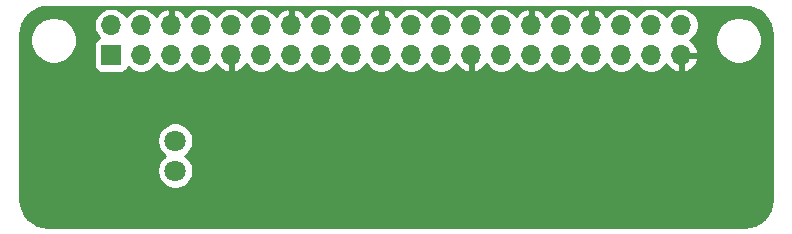
<source format=gbl>
G04 #@! TF.GenerationSoftware,KiCad,Pcbnew,(5.1.5)-3*
G04 #@! TF.CreationDate,2020-10-26T09:13:26-05:00*
G04 #@! TF.ProjectId,ravencanboard,72617665-6e63-4616-9e62-6f6172642e6b,rev?*
G04 #@! TF.SameCoordinates,Original*
G04 #@! TF.FileFunction,Copper,L2,Bot*
G04 #@! TF.FilePolarity,Positive*
%FSLAX46Y46*%
G04 Gerber Fmt 4.6, Leading zero omitted, Abs format (unit mm)*
G04 Created by KiCad (PCBNEW (5.1.5)-3) date 2020-10-26 09:13:26*
%MOMM*%
%LPD*%
G04 APERTURE LIST*
%ADD10C,1.800000*%
%ADD11R,1.700000X1.700000*%
%ADD12O,1.700000X1.700000*%
%ADD13C,0.200000*%
%ADD14C,0.254000*%
G04 APERTURE END LIST*
D10*
X213788000Y-106007200D03*
X213788000Y-108547200D03*
D11*
X208370000Y-98770000D03*
D12*
X208370000Y-96230000D03*
X210910000Y-98770000D03*
X210910000Y-96230000D03*
X213450000Y-98770000D03*
X213450000Y-96230000D03*
X215990000Y-98770000D03*
X215990000Y-96230000D03*
X218530000Y-98770000D03*
X218530000Y-96230000D03*
X221070000Y-98770000D03*
X221070000Y-96230000D03*
X223610000Y-98770000D03*
X223610000Y-96230000D03*
X226150000Y-98770000D03*
X226150000Y-96230000D03*
X228690000Y-98770000D03*
X228690000Y-96230000D03*
X231230000Y-98770000D03*
X231230000Y-96230000D03*
X233770000Y-98770000D03*
X233770000Y-96230000D03*
X236310000Y-98770000D03*
X236310000Y-96230000D03*
X238850000Y-98770000D03*
X238850000Y-96230000D03*
X241390000Y-98770000D03*
X241390000Y-96230000D03*
X243930000Y-98770000D03*
X243930000Y-96230000D03*
X246470000Y-98770000D03*
X246470000Y-96230000D03*
X249010000Y-98770000D03*
X249010000Y-96230000D03*
X251550000Y-98770000D03*
X251550000Y-96230000D03*
X254090000Y-98770000D03*
X254090000Y-96230000D03*
X256630000Y-98770000D03*
X256630000Y-96230000D03*
D13*
X233770000Y-98958000D02*
X233770000Y-98770000D01*
X236255400Y-98770000D02*
X236310000Y-98770000D01*
D14*
G36*
X262449016Y-94732312D02*
G01*
X262880930Y-94862714D01*
X263279285Y-95074524D01*
X263628914Y-95359675D01*
X263916497Y-95707303D01*
X264131086Y-96104177D01*
X264264498Y-96535161D01*
X264315001Y-97015663D01*
X264315000Y-110966495D01*
X264267688Y-111449016D01*
X264137287Y-111880927D01*
X263925480Y-112279280D01*
X263640325Y-112628914D01*
X263292697Y-112916497D01*
X262895825Y-113131085D01*
X262464834Y-113264500D01*
X261984346Y-113315000D01*
X203033504Y-113315000D01*
X202550984Y-113267688D01*
X202119073Y-113137287D01*
X201720720Y-112925480D01*
X201371086Y-112640325D01*
X201083503Y-112292697D01*
X200868915Y-111895825D01*
X200735500Y-111464834D01*
X200685000Y-110984346D01*
X200685000Y-105856016D01*
X212253000Y-105856016D01*
X212253000Y-106158384D01*
X212311989Y-106454943D01*
X212427701Y-106734295D01*
X212595688Y-106985705D01*
X212809495Y-107199512D01*
X212925763Y-107277200D01*
X212809495Y-107354888D01*
X212595688Y-107568695D01*
X212427701Y-107820105D01*
X212311989Y-108099457D01*
X212253000Y-108396016D01*
X212253000Y-108698384D01*
X212311989Y-108994943D01*
X212427701Y-109274295D01*
X212595688Y-109525705D01*
X212809495Y-109739512D01*
X213060905Y-109907499D01*
X213340257Y-110023211D01*
X213636816Y-110082200D01*
X213939184Y-110082200D01*
X214235743Y-110023211D01*
X214515095Y-109907499D01*
X214766505Y-109739512D01*
X214980312Y-109525705D01*
X215148299Y-109274295D01*
X215264011Y-108994943D01*
X215323000Y-108698384D01*
X215323000Y-108396016D01*
X215264011Y-108099457D01*
X215148299Y-107820105D01*
X214980312Y-107568695D01*
X214766505Y-107354888D01*
X214650237Y-107277200D01*
X214766505Y-107199512D01*
X214980312Y-106985705D01*
X215148299Y-106734295D01*
X215264011Y-106454943D01*
X215323000Y-106158384D01*
X215323000Y-105856016D01*
X215264011Y-105559457D01*
X215148299Y-105280105D01*
X214980312Y-105028695D01*
X214766505Y-104814888D01*
X214515095Y-104646901D01*
X214235743Y-104531189D01*
X213939184Y-104472200D01*
X213636816Y-104472200D01*
X213340257Y-104531189D01*
X213060905Y-104646901D01*
X212809495Y-104814888D01*
X212595688Y-105028695D01*
X212427701Y-105280105D01*
X212311989Y-105559457D01*
X212253000Y-105856016D01*
X200685000Y-105856016D01*
X200685000Y-97304495D01*
X201515000Y-97304495D01*
X201515000Y-97695505D01*
X201591282Y-98079003D01*
X201740915Y-98440250D01*
X201958149Y-98765364D01*
X202234636Y-99041851D01*
X202559750Y-99259085D01*
X202920997Y-99408718D01*
X203304495Y-99485000D01*
X203695505Y-99485000D01*
X204079003Y-99408718D01*
X204440250Y-99259085D01*
X204765364Y-99041851D01*
X205041851Y-98765364D01*
X205259085Y-98440250D01*
X205408718Y-98079003D01*
X205440345Y-97920000D01*
X206881928Y-97920000D01*
X206881928Y-99620000D01*
X206894188Y-99744482D01*
X206930498Y-99864180D01*
X206989463Y-99974494D01*
X207068815Y-100071185D01*
X207165506Y-100150537D01*
X207275820Y-100209502D01*
X207395518Y-100245812D01*
X207520000Y-100258072D01*
X209220000Y-100258072D01*
X209344482Y-100245812D01*
X209464180Y-100209502D01*
X209574494Y-100150537D01*
X209671185Y-100071185D01*
X209750537Y-99974494D01*
X209809502Y-99864180D01*
X209831513Y-99791620D01*
X209963368Y-99923475D01*
X210206589Y-100085990D01*
X210476842Y-100197932D01*
X210763740Y-100255000D01*
X211056260Y-100255000D01*
X211343158Y-100197932D01*
X211613411Y-100085990D01*
X211856632Y-99923475D01*
X212063475Y-99716632D01*
X212180000Y-99542240D01*
X212296525Y-99716632D01*
X212503368Y-99923475D01*
X212746589Y-100085990D01*
X213016842Y-100197932D01*
X213303740Y-100255000D01*
X213596260Y-100255000D01*
X213883158Y-100197932D01*
X214153411Y-100085990D01*
X214396632Y-99923475D01*
X214603475Y-99716632D01*
X214720000Y-99542240D01*
X214836525Y-99716632D01*
X215043368Y-99923475D01*
X215286589Y-100085990D01*
X215556842Y-100197932D01*
X215843740Y-100255000D01*
X216136260Y-100255000D01*
X216423158Y-100197932D01*
X216693411Y-100085990D01*
X216936632Y-99923475D01*
X217143475Y-99716632D01*
X217265195Y-99534466D01*
X217334822Y-99651355D01*
X217529731Y-99867588D01*
X217763080Y-100041641D01*
X218025901Y-100166825D01*
X218173110Y-100211476D01*
X218403000Y-100090155D01*
X218403000Y-98897000D01*
X218383000Y-98897000D01*
X218383000Y-98643000D01*
X218403000Y-98643000D01*
X218403000Y-98623000D01*
X218657000Y-98623000D01*
X218657000Y-98643000D01*
X218677000Y-98643000D01*
X218677000Y-98897000D01*
X218657000Y-98897000D01*
X218657000Y-100090155D01*
X218886890Y-100211476D01*
X219034099Y-100166825D01*
X219296920Y-100041641D01*
X219530269Y-99867588D01*
X219725178Y-99651355D01*
X219794805Y-99534466D01*
X219916525Y-99716632D01*
X220123368Y-99923475D01*
X220366589Y-100085990D01*
X220636842Y-100197932D01*
X220923740Y-100255000D01*
X221216260Y-100255000D01*
X221503158Y-100197932D01*
X221773411Y-100085990D01*
X222016632Y-99923475D01*
X222223475Y-99716632D01*
X222340000Y-99542240D01*
X222456525Y-99716632D01*
X222663368Y-99923475D01*
X222906589Y-100085990D01*
X223176842Y-100197932D01*
X223463740Y-100255000D01*
X223756260Y-100255000D01*
X224043158Y-100197932D01*
X224313411Y-100085990D01*
X224556632Y-99923475D01*
X224763475Y-99716632D01*
X224880000Y-99542240D01*
X224996525Y-99716632D01*
X225203368Y-99923475D01*
X225446589Y-100085990D01*
X225716842Y-100197932D01*
X226003740Y-100255000D01*
X226296260Y-100255000D01*
X226583158Y-100197932D01*
X226853411Y-100085990D01*
X227096632Y-99923475D01*
X227303475Y-99716632D01*
X227420000Y-99542240D01*
X227536525Y-99716632D01*
X227743368Y-99923475D01*
X227986589Y-100085990D01*
X228256842Y-100197932D01*
X228543740Y-100255000D01*
X228836260Y-100255000D01*
X229123158Y-100197932D01*
X229393411Y-100085990D01*
X229636632Y-99923475D01*
X229843475Y-99716632D01*
X229960000Y-99542240D01*
X230076525Y-99716632D01*
X230283368Y-99923475D01*
X230526589Y-100085990D01*
X230796842Y-100197932D01*
X231083740Y-100255000D01*
X231376260Y-100255000D01*
X231663158Y-100197932D01*
X231933411Y-100085990D01*
X232176632Y-99923475D01*
X232383475Y-99716632D01*
X232500000Y-99542240D01*
X232616525Y-99716632D01*
X232823368Y-99923475D01*
X233066589Y-100085990D01*
X233336842Y-100197932D01*
X233623740Y-100255000D01*
X233916260Y-100255000D01*
X234203158Y-100197932D01*
X234473411Y-100085990D01*
X234716632Y-99923475D01*
X234923475Y-99716632D01*
X235040000Y-99542240D01*
X235156525Y-99716632D01*
X235363368Y-99923475D01*
X235606589Y-100085990D01*
X235876842Y-100197932D01*
X236163740Y-100255000D01*
X236456260Y-100255000D01*
X236743158Y-100197932D01*
X237013411Y-100085990D01*
X237256632Y-99923475D01*
X237463475Y-99716632D01*
X237585195Y-99534466D01*
X237654822Y-99651355D01*
X237849731Y-99867588D01*
X238083080Y-100041641D01*
X238345901Y-100166825D01*
X238493110Y-100211476D01*
X238723000Y-100090155D01*
X238723000Y-98897000D01*
X238703000Y-98897000D01*
X238703000Y-98643000D01*
X238723000Y-98643000D01*
X238723000Y-98623000D01*
X238977000Y-98623000D01*
X238977000Y-98643000D01*
X238997000Y-98643000D01*
X238997000Y-98897000D01*
X238977000Y-98897000D01*
X238977000Y-100090155D01*
X239206890Y-100211476D01*
X239354099Y-100166825D01*
X239616920Y-100041641D01*
X239850269Y-99867588D01*
X240045178Y-99651355D01*
X240114805Y-99534466D01*
X240236525Y-99716632D01*
X240443368Y-99923475D01*
X240686589Y-100085990D01*
X240956842Y-100197932D01*
X241243740Y-100255000D01*
X241536260Y-100255000D01*
X241823158Y-100197932D01*
X242093411Y-100085990D01*
X242336632Y-99923475D01*
X242543475Y-99716632D01*
X242660000Y-99542240D01*
X242776525Y-99716632D01*
X242983368Y-99923475D01*
X243226589Y-100085990D01*
X243496842Y-100197932D01*
X243783740Y-100255000D01*
X244076260Y-100255000D01*
X244363158Y-100197932D01*
X244633411Y-100085990D01*
X244876632Y-99923475D01*
X245083475Y-99716632D01*
X245200000Y-99542240D01*
X245316525Y-99716632D01*
X245523368Y-99923475D01*
X245766589Y-100085990D01*
X246036842Y-100197932D01*
X246323740Y-100255000D01*
X246616260Y-100255000D01*
X246903158Y-100197932D01*
X247173411Y-100085990D01*
X247416632Y-99923475D01*
X247623475Y-99716632D01*
X247740000Y-99542240D01*
X247856525Y-99716632D01*
X248063368Y-99923475D01*
X248306589Y-100085990D01*
X248576842Y-100197932D01*
X248863740Y-100255000D01*
X249156260Y-100255000D01*
X249443158Y-100197932D01*
X249713411Y-100085990D01*
X249956632Y-99923475D01*
X250163475Y-99716632D01*
X250280000Y-99542240D01*
X250396525Y-99716632D01*
X250603368Y-99923475D01*
X250846589Y-100085990D01*
X251116842Y-100197932D01*
X251403740Y-100255000D01*
X251696260Y-100255000D01*
X251983158Y-100197932D01*
X252253411Y-100085990D01*
X252496632Y-99923475D01*
X252703475Y-99716632D01*
X252820000Y-99542240D01*
X252936525Y-99716632D01*
X253143368Y-99923475D01*
X253386589Y-100085990D01*
X253656842Y-100197932D01*
X253943740Y-100255000D01*
X254236260Y-100255000D01*
X254523158Y-100197932D01*
X254793411Y-100085990D01*
X255036632Y-99923475D01*
X255243475Y-99716632D01*
X255365195Y-99534466D01*
X255434822Y-99651355D01*
X255629731Y-99867588D01*
X255863080Y-100041641D01*
X256125901Y-100166825D01*
X256273110Y-100211476D01*
X256503000Y-100090155D01*
X256503000Y-98897000D01*
X256757000Y-98897000D01*
X256757000Y-100090155D01*
X256986890Y-100211476D01*
X257134099Y-100166825D01*
X257396920Y-100041641D01*
X257630269Y-99867588D01*
X257825178Y-99651355D01*
X257974157Y-99401252D01*
X258071481Y-99126891D01*
X257950814Y-98897000D01*
X256757000Y-98897000D01*
X256503000Y-98897000D01*
X256483000Y-98897000D01*
X256483000Y-98643000D01*
X256503000Y-98643000D01*
X256503000Y-98623000D01*
X256757000Y-98623000D01*
X256757000Y-98643000D01*
X257950814Y-98643000D01*
X258071481Y-98413109D01*
X257974157Y-98138748D01*
X257825178Y-97888645D01*
X257630269Y-97672412D01*
X257400594Y-97501100D01*
X257576632Y-97383475D01*
X257655612Y-97304495D01*
X259515000Y-97304495D01*
X259515000Y-97695505D01*
X259591282Y-98079003D01*
X259740915Y-98440250D01*
X259958149Y-98765364D01*
X260234636Y-99041851D01*
X260559750Y-99259085D01*
X260920997Y-99408718D01*
X261304495Y-99485000D01*
X261695505Y-99485000D01*
X262079003Y-99408718D01*
X262440250Y-99259085D01*
X262765364Y-99041851D01*
X263041851Y-98765364D01*
X263259085Y-98440250D01*
X263408718Y-98079003D01*
X263485000Y-97695505D01*
X263485000Y-97304495D01*
X263408718Y-96920997D01*
X263259085Y-96559750D01*
X263041851Y-96234636D01*
X262765364Y-95958149D01*
X262440250Y-95740915D01*
X262079003Y-95591282D01*
X261695505Y-95515000D01*
X261304495Y-95515000D01*
X260920997Y-95591282D01*
X260559750Y-95740915D01*
X260234636Y-95958149D01*
X259958149Y-96234636D01*
X259740915Y-96559750D01*
X259591282Y-96920997D01*
X259515000Y-97304495D01*
X257655612Y-97304495D01*
X257783475Y-97176632D01*
X257945990Y-96933411D01*
X258057932Y-96663158D01*
X258115000Y-96376260D01*
X258115000Y-96083740D01*
X258057932Y-95796842D01*
X257945990Y-95526589D01*
X257783475Y-95283368D01*
X257576632Y-95076525D01*
X257333411Y-94914010D01*
X257063158Y-94802068D01*
X256776260Y-94745000D01*
X256483740Y-94745000D01*
X256196842Y-94802068D01*
X255926589Y-94914010D01*
X255683368Y-95076525D01*
X255476525Y-95283368D01*
X255360000Y-95457760D01*
X255243475Y-95283368D01*
X255036632Y-95076525D01*
X254793411Y-94914010D01*
X254523158Y-94802068D01*
X254236260Y-94745000D01*
X253943740Y-94745000D01*
X253656842Y-94802068D01*
X253386589Y-94914010D01*
X253143368Y-95076525D01*
X252936525Y-95283368D01*
X252820000Y-95457760D01*
X252703475Y-95283368D01*
X252496632Y-95076525D01*
X252253411Y-94914010D01*
X251983158Y-94802068D01*
X251696260Y-94745000D01*
X251403740Y-94745000D01*
X251116842Y-94802068D01*
X250846589Y-94914010D01*
X250603368Y-95076525D01*
X250396525Y-95283368D01*
X250274805Y-95465534D01*
X250205178Y-95348645D01*
X250010269Y-95132412D01*
X249776920Y-94958359D01*
X249514099Y-94833175D01*
X249366890Y-94788524D01*
X249137000Y-94909845D01*
X249137000Y-96103000D01*
X249157000Y-96103000D01*
X249157000Y-96357000D01*
X249137000Y-96357000D01*
X249137000Y-96377000D01*
X248883000Y-96377000D01*
X248883000Y-96357000D01*
X248863000Y-96357000D01*
X248863000Y-96103000D01*
X248883000Y-96103000D01*
X248883000Y-94909845D01*
X248653110Y-94788524D01*
X248505901Y-94833175D01*
X248243080Y-94958359D01*
X248009731Y-95132412D01*
X247814822Y-95348645D01*
X247745195Y-95465534D01*
X247623475Y-95283368D01*
X247416632Y-95076525D01*
X247173411Y-94914010D01*
X246903158Y-94802068D01*
X246616260Y-94745000D01*
X246323740Y-94745000D01*
X246036842Y-94802068D01*
X245766589Y-94914010D01*
X245523368Y-95076525D01*
X245316525Y-95283368D01*
X245194805Y-95465534D01*
X245125178Y-95348645D01*
X244930269Y-95132412D01*
X244696920Y-94958359D01*
X244434099Y-94833175D01*
X244286890Y-94788524D01*
X244057000Y-94909845D01*
X244057000Y-96103000D01*
X244077000Y-96103000D01*
X244077000Y-96357000D01*
X244057000Y-96357000D01*
X244057000Y-96377000D01*
X243803000Y-96377000D01*
X243803000Y-96357000D01*
X243783000Y-96357000D01*
X243783000Y-96103000D01*
X243803000Y-96103000D01*
X243803000Y-94909845D01*
X243573110Y-94788524D01*
X243425901Y-94833175D01*
X243163080Y-94958359D01*
X242929731Y-95132412D01*
X242734822Y-95348645D01*
X242665195Y-95465534D01*
X242543475Y-95283368D01*
X242336632Y-95076525D01*
X242093411Y-94914010D01*
X241823158Y-94802068D01*
X241536260Y-94745000D01*
X241243740Y-94745000D01*
X240956842Y-94802068D01*
X240686589Y-94914010D01*
X240443368Y-95076525D01*
X240236525Y-95283368D01*
X240120000Y-95457760D01*
X240003475Y-95283368D01*
X239796632Y-95076525D01*
X239553411Y-94914010D01*
X239283158Y-94802068D01*
X238996260Y-94745000D01*
X238703740Y-94745000D01*
X238416842Y-94802068D01*
X238146589Y-94914010D01*
X237903368Y-95076525D01*
X237696525Y-95283368D01*
X237580000Y-95457760D01*
X237463475Y-95283368D01*
X237256632Y-95076525D01*
X237013411Y-94914010D01*
X236743158Y-94802068D01*
X236456260Y-94745000D01*
X236163740Y-94745000D01*
X235876842Y-94802068D01*
X235606589Y-94914010D01*
X235363368Y-95076525D01*
X235156525Y-95283368D01*
X235040000Y-95457760D01*
X234923475Y-95283368D01*
X234716632Y-95076525D01*
X234473411Y-94914010D01*
X234203158Y-94802068D01*
X233916260Y-94745000D01*
X233623740Y-94745000D01*
X233336842Y-94802068D01*
X233066589Y-94914010D01*
X232823368Y-95076525D01*
X232616525Y-95283368D01*
X232494805Y-95465534D01*
X232425178Y-95348645D01*
X232230269Y-95132412D01*
X231996920Y-94958359D01*
X231734099Y-94833175D01*
X231586890Y-94788524D01*
X231357000Y-94909845D01*
X231357000Y-96103000D01*
X231377000Y-96103000D01*
X231377000Y-96357000D01*
X231357000Y-96357000D01*
X231357000Y-96377000D01*
X231103000Y-96377000D01*
X231103000Y-96357000D01*
X231083000Y-96357000D01*
X231083000Y-96103000D01*
X231103000Y-96103000D01*
X231103000Y-94909845D01*
X230873110Y-94788524D01*
X230725901Y-94833175D01*
X230463080Y-94958359D01*
X230229731Y-95132412D01*
X230034822Y-95348645D01*
X229965195Y-95465534D01*
X229843475Y-95283368D01*
X229636632Y-95076525D01*
X229393411Y-94914010D01*
X229123158Y-94802068D01*
X228836260Y-94745000D01*
X228543740Y-94745000D01*
X228256842Y-94802068D01*
X227986589Y-94914010D01*
X227743368Y-95076525D01*
X227536525Y-95283368D01*
X227420000Y-95457760D01*
X227303475Y-95283368D01*
X227096632Y-95076525D01*
X226853411Y-94914010D01*
X226583158Y-94802068D01*
X226296260Y-94745000D01*
X226003740Y-94745000D01*
X225716842Y-94802068D01*
X225446589Y-94914010D01*
X225203368Y-95076525D01*
X224996525Y-95283368D01*
X224874805Y-95465534D01*
X224805178Y-95348645D01*
X224610269Y-95132412D01*
X224376920Y-94958359D01*
X224114099Y-94833175D01*
X223966890Y-94788524D01*
X223737000Y-94909845D01*
X223737000Y-96103000D01*
X223757000Y-96103000D01*
X223757000Y-96357000D01*
X223737000Y-96357000D01*
X223737000Y-96377000D01*
X223483000Y-96377000D01*
X223483000Y-96357000D01*
X223463000Y-96357000D01*
X223463000Y-96103000D01*
X223483000Y-96103000D01*
X223483000Y-94909845D01*
X223253110Y-94788524D01*
X223105901Y-94833175D01*
X222843080Y-94958359D01*
X222609731Y-95132412D01*
X222414822Y-95348645D01*
X222345195Y-95465534D01*
X222223475Y-95283368D01*
X222016632Y-95076525D01*
X221773411Y-94914010D01*
X221503158Y-94802068D01*
X221216260Y-94745000D01*
X220923740Y-94745000D01*
X220636842Y-94802068D01*
X220366589Y-94914010D01*
X220123368Y-95076525D01*
X219916525Y-95283368D01*
X219800000Y-95457760D01*
X219683475Y-95283368D01*
X219476632Y-95076525D01*
X219233411Y-94914010D01*
X218963158Y-94802068D01*
X218676260Y-94745000D01*
X218383740Y-94745000D01*
X218096842Y-94802068D01*
X217826589Y-94914010D01*
X217583368Y-95076525D01*
X217376525Y-95283368D01*
X217260000Y-95457760D01*
X217143475Y-95283368D01*
X216936632Y-95076525D01*
X216693411Y-94914010D01*
X216423158Y-94802068D01*
X216136260Y-94745000D01*
X215843740Y-94745000D01*
X215556842Y-94802068D01*
X215286589Y-94914010D01*
X215043368Y-95076525D01*
X214836525Y-95283368D01*
X214714805Y-95465534D01*
X214645178Y-95348645D01*
X214450269Y-95132412D01*
X214216920Y-94958359D01*
X213954099Y-94833175D01*
X213806890Y-94788524D01*
X213577000Y-94909845D01*
X213577000Y-96103000D01*
X213597000Y-96103000D01*
X213597000Y-96357000D01*
X213577000Y-96357000D01*
X213577000Y-96377000D01*
X213323000Y-96377000D01*
X213323000Y-96357000D01*
X213303000Y-96357000D01*
X213303000Y-96103000D01*
X213323000Y-96103000D01*
X213323000Y-94909845D01*
X213093110Y-94788524D01*
X212945901Y-94833175D01*
X212683080Y-94958359D01*
X212449731Y-95132412D01*
X212254822Y-95348645D01*
X212185195Y-95465534D01*
X212063475Y-95283368D01*
X211856632Y-95076525D01*
X211613411Y-94914010D01*
X211343158Y-94802068D01*
X211056260Y-94745000D01*
X210763740Y-94745000D01*
X210476842Y-94802068D01*
X210206589Y-94914010D01*
X209963368Y-95076525D01*
X209756525Y-95283368D01*
X209640000Y-95457760D01*
X209523475Y-95283368D01*
X209316632Y-95076525D01*
X209073411Y-94914010D01*
X208803158Y-94802068D01*
X208516260Y-94745000D01*
X208223740Y-94745000D01*
X207936842Y-94802068D01*
X207666589Y-94914010D01*
X207423368Y-95076525D01*
X207216525Y-95283368D01*
X207054010Y-95526589D01*
X206942068Y-95796842D01*
X206885000Y-96083740D01*
X206885000Y-96376260D01*
X206942068Y-96663158D01*
X207054010Y-96933411D01*
X207216525Y-97176632D01*
X207348380Y-97308487D01*
X207275820Y-97330498D01*
X207165506Y-97389463D01*
X207068815Y-97468815D01*
X206989463Y-97565506D01*
X206930498Y-97675820D01*
X206894188Y-97795518D01*
X206881928Y-97920000D01*
X205440345Y-97920000D01*
X205485000Y-97695505D01*
X205485000Y-97304495D01*
X205408718Y-96920997D01*
X205259085Y-96559750D01*
X205041851Y-96234636D01*
X204765364Y-95958149D01*
X204440250Y-95740915D01*
X204079003Y-95591282D01*
X203695505Y-95515000D01*
X203304495Y-95515000D01*
X202920997Y-95591282D01*
X202559750Y-95740915D01*
X202234636Y-95958149D01*
X201958149Y-96234636D01*
X201740915Y-96559750D01*
X201591282Y-96920997D01*
X201515000Y-97304495D01*
X200685000Y-97304495D01*
X200685000Y-97033505D01*
X200732312Y-96550984D01*
X200862714Y-96119070D01*
X201074524Y-95720715D01*
X201359675Y-95371086D01*
X201707303Y-95083503D01*
X202104177Y-94868914D01*
X202535161Y-94735502D01*
X203015654Y-94685000D01*
X261966495Y-94685000D01*
X262449016Y-94732312D01*
G37*
X262449016Y-94732312D02*
X262880930Y-94862714D01*
X263279285Y-95074524D01*
X263628914Y-95359675D01*
X263916497Y-95707303D01*
X264131086Y-96104177D01*
X264264498Y-96535161D01*
X264315001Y-97015663D01*
X264315000Y-110966495D01*
X264267688Y-111449016D01*
X264137287Y-111880927D01*
X263925480Y-112279280D01*
X263640325Y-112628914D01*
X263292697Y-112916497D01*
X262895825Y-113131085D01*
X262464834Y-113264500D01*
X261984346Y-113315000D01*
X203033504Y-113315000D01*
X202550984Y-113267688D01*
X202119073Y-113137287D01*
X201720720Y-112925480D01*
X201371086Y-112640325D01*
X201083503Y-112292697D01*
X200868915Y-111895825D01*
X200735500Y-111464834D01*
X200685000Y-110984346D01*
X200685000Y-105856016D01*
X212253000Y-105856016D01*
X212253000Y-106158384D01*
X212311989Y-106454943D01*
X212427701Y-106734295D01*
X212595688Y-106985705D01*
X212809495Y-107199512D01*
X212925763Y-107277200D01*
X212809495Y-107354888D01*
X212595688Y-107568695D01*
X212427701Y-107820105D01*
X212311989Y-108099457D01*
X212253000Y-108396016D01*
X212253000Y-108698384D01*
X212311989Y-108994943D01*
X212427701Y-109274295D01*
X212595688Y-109525705D01*
X212809495Y-109739512D01*
X213060905Y-109907499D01*
X213340257Y-110023211D01*
X213636816Y-110082200D01*
X213939184Y-110082200D01*
X214235743Y-110023211D01*
X214515095Y-109907499D01*
X214766505Y-109739512D01*
X214980312Y-109525705D01*
X215148299Y-109274295D01*
X215264011Y-108994943D01*
X215323000Y-108698384D01*
X215323000Y-108396016D01*
X215264011Y-108099457D01*
X215148299Y-107820105D01*
X214980312Y-107568695D01*
X214766505Y-107354888D01*
X214650237Y-107277200D01*
X214766505Y-107199512D01*
X214980312Y-106985705D01*
X215148299Y-106734295D01*
X215264011Y-106454943D01*
X215323000Y-106158384D01*
X215323000Y-105856016D01*
X215264011Y-105559457D01*
X215148299Y-105280105D01*
X214980312Y-105028695D01*
X214766505Y-104814888D01*
X214515095Y-104646901D01*
X214235743Y-104531189D01*
X213939184Y-104472200D01*
X213636816Y-104472200D01*
X213340257Y-104531189D01*
X213060905Y-104646901D01*
X212809495Y-104814888D01*
X212595688Y-105028695D01*
X212427701Y-105280105D01*
X212311989Y-105559457D01*
X212253000Y-105856016D01*
X200685000Y-105856016D01*
X200685000Y-97304495D01*
X201515000Y-97304495D01*
X201515000Y-97695505D01*
X201591282Y-98079003D01*
X201740915Y-98440250D01*
X201958149Y-98765364D01*
X202234636Y-99041851D01*
X202559750Y-99259085D01*
X202920997Y-99408718D01*
X203304495Y-99485000D01*
X203695505Y-99485000D01*
X204079003Y-99408718D01*
X204440250Y-99259085D01*
X204765364Y-99041851D01*
X205041851Y-98765364D01*
X205259085Y-98440250D01*
X205408718Y-98079003D01*
X205440345Y-97920000D01*
X206881928Y-97920000D01*
X206881928Y-99620000D01*
X206894188Y-99744482D01*
X206930498Y-99864180D01*
X206989463Y-99974494D01*
X207068815Y-100071185D01*
X207165506Y-100150537D01*
X207275820Y-100209502D01*
X207395518Y-100245812D01*
X207520000Y-100258072D01*
X209220000Y-100258072D01*
X209344482Y-100245812D01*
X209464180Y-100209502D01*
X209574494Y-100150537D01*
X209671185Y-100071185D01*
X209750537Y-99974494D01*
X209809502Y-99864180D01*
X209831513Y-99791620D01*
X209963368Y-99923475D01*
X210206589Y-100085990D01*
X210476842Y-100197932D01*
X210763740Y-100255000D01*
X211056260Y-100255000D01*
X211343158Y-100197932D01*
X211613411Y-100085990D01*
X211856632Y-99923475D01*
X212063475Y-99716632D01*
X212180000Y-99542240D01*
X212296525Y-99716632D01*
X212503368Y-99923475D01*
X212746589Y-100085990D01*
X213016842Y-100197932D01*
X213303740Y-100255000D01*
X213596260Y-100255000D01*
X213883158Y-100197932D01*
X214153411Y-100085990D01*
X214396632Y-99923475D01*
X214603475Y-99716632D01*
X214720000Y-99542240D01*
X214836525Y-99716632D01*
X215043368Y-99923475D01*
X215286589Y-100085990D01*
X215556842Y-100197932D01*
X215843740Y-100255000D01*
X216136260Y-100255000D01*
X216423158Y-100197932D01*
X216693411Y-100085990D01*
X216936632Y-99923475D01*
X217143475Y-99716632D01*
X217265195Y-99534466D01*
X217334822Y-99651355D01*
X217529731Y-99867588D01*
X217763080Y-100041641D01*
X218025901Y-100166825D01*
X218173110Y-100211476D01*
X218403000Y-100090155D01*
X218403000Y-98897000D01*
X218383000Y-98897000D01*
X218383000Y-98643000D01*
X218403000Y-98643000D01*
X218403000Y-98623000D01*
X218657000Y-98623000D01*
X218657000Y-98643000D01*
X218677000Y-98643000D01*
X218677000Y-98897000D01*
X218657000Y-98897000D01*
X218657000Y-100090155D01*
X218886890Y-100211476D01*
X219034099Y-100166825D01*
X219296920Y-100041641D01*
X219530269Y-99867588D01*
X219725178Y-99651355D01*
X219794805Y-99534466D01*
X219916525Y-99716632D01*
X220123368Y-99923475D01*
X220366589Y-100085990D01*
X220636842Y-100197932D01*
X220923740Y-100255000D01*
X221216260Y-100255000D01*
X221503158Y-100197932D01*
X221773411Y-100085990D01*
X222016632Y-99923475D01*
X222223475Y-99716632D01*
X222340000Y-99542240D01*
X222456525Y-99716632D01*
X222663368Y-99923475D01*
X222906589Y-100085990D01*
X223176842Y-100197932D01*
X223463740Y-100255000D01*
X223756260Y-100255000D01*
X224043158Y-100197932D01*
X224313411Y-100085990D01*
X224556632Y-99923475D01*
X224763475Y-99716632D01*
X224880000Y-99542240D01*
X224996525Y-99716632D01*
X225203368Y-99923475D01*
X225446589Y-100085990D01*
X225716842Y-100197932D01*
X226003740Y-100255000D01*
X226296260Y-100255000D01*
X226583158Y-100197932D01*
X226853411Y-100085990D01*
X227096632Y-99923475D01*
X227303475Y-99716632D01*
X227420000Y-99542240D01*
X227536525Y-99716632D01*
X227743368Y-99923475D01*
X227986589Y-100085990D01*
X228256842Y-100197932D01*
X228543740Y-100255000D01*
X228836260Y-100255000D01*
X229123158Y-100197932D01*
X229393411Y-100085990D01*
X229636632Y-99923475D01*
X229843475Y-99716632D01*
X229960000Y-99542240D01*
X230076525Y-99716632D01*
X230283368Y-99923475D01*
X230526589Y-100085990D01*
X230796842Y-100197932D01*
X231083740Y-100255000D01*
X231376260Y-100255000D01*
X231663158Y-100197932D01*
X231933411Y-100085990D01*
X232176632Y-99923475D01*
X232383475Y-99716632D01*
X232500000Y-99542240D01*
X232616525Y-99716632D01*
X232823368Y-99923475D01*
X233066589Y-100085990D01*
X233336842Y-100197932D01*
X233623740Y-100255000D01*
X233916260Y-100255000D01*
X234203158Y-100197932D01*
X234473411Y-100085990D01*
X234716632Y-99923475D01*
X234923475Y-99716632D01*
X235040000Y-99542240D01*
X235156525Y-99716632D01*
X235363368Y-99923475D01*
X235606589Y-100085990D01*
X235876842Y-100197932D01*
X236163740Y-100255000D01*
X236456260Y-100255000D01*
X236743158Y-100197932D01*
X237013411Y-100085990D01*
X237256632Y-99923475D01*
X237463475Y-99716632D01*
X237585195Y-99534466D01*
X237654822Y-99651355D01*
X237849731Y-99867588D01*
X238083080Y-100041641D01*
X238345901Y-100166825D01*
X238493110Y-100211476D01*
X238723000Y-100090155D01*
X238723000Y-98897000D01*
X238703000Y-98897000D01*
X238703000Y-98643000D01*
X238723000Y-98643000D01*
X238723000Y-98623000D01*
X238977000Y-98623000D01*
X238977000Y-98643000D01*
X238997000Y-98643000D01*
X238997000Y-98897000D01*
X238977000Y-98897000D01*
X238977000Y-100090155D01*
X239206890Y-100211476D01*
X239354099Y-100166825D01*
X239616920Y-100041641D01*
X239850269Y-99867588D01*
X240045178Y-99651355D01*
X240114805Y-99534466D01*
X240236525Y-99716632D01*
X240443368Y-99923475D01*
X240686589Y-100085990D01*
X240956842Y-100197932D01*
X241243740Y-100255000D01*
X241536260Y-100255000D01*
X241823158Y-100197932D01*
X242093411Y-100085990D01*
X242336632Y-99923475D01*
X242543475Y-99716632D01*
X242660000Y-99542240D01*
X242776525Y-99716632D01*
X242983368Y-99923475D01*
X243226589Y-100085990D01*
X243496842Y-100197932D01*
X243783740Y-100255000D01*
X244076260Y-100255000D01*
X244363158Y-100197932D01*
X244633411Y-100085990D01*
X244876632Y-99923475D01*
X245083475Y-99716632D01*
X245200000Y-99542240D01*
X245316525Y-99716632D01*
X245523368Y-99923475D01*
X245766589Y-100085990D01*
X246036842Y-100197932D01*
X246323740Y-100255000D01*
X246616260Y-100255000D01*
X246903158Y-100197932D01*
X247173411Y-100085990D01*
X247416632Y-99923475D01*
X247623475Y-99716632D01*
X247740000Y-99542240D01*
X247856525Y-99716632D01*
X248063368Y-99923475D01*
X248306589Y-100085990D01*
X248576842Y-100197932D01*
X248863740Y-100255000D01*
X249156260Y-100255000D01*
X249443158Y-100197932D01*
X249713411Y-100085990D01*
X249956632Y-99923475D01*
X250163475Y-99716632D01*
X250280000Y-99542240D01*
X250396525Y-99716632D01*
X250603368Y-99923475D01*
X250846589Y-100085990D01*
X251116842Y-100197932D01*
X251403740Y-100255000D01*
X251696260Y-100255000D01*
X251983158Y-100197932D01*
X252253411Y-100085990D01*
X252496632Y-99923475D01*
X252703475Y-99716632D01*
X252820000Y-99542240D01*
X252936525Y-99716632D01*
X253143368Y-99923475D01*
X253386589Y-100085990D01*
X253656842Y-100197932D01*
X253943740Y-100255000D01*
X254236260Y-100255000D01*
X254523158Y-100197932D01*
X254793411Y-100085990D01*
X255036632Y-99923475D01*
X255243475Y-99716632D01*
X255365195Y-99534466D01*
X255434822Y-99651355D01*
X255629731Y-99867588D01*
X255863080Y-100041641D01*
X256125901Y-100166825D01*
X256273110Y-100211476D01*
X256503000Y-100090155D01*
X256503000Y-98897000D01*
X256757000Y-98897000D01*
X256757000Y-100090155D01*
X256986890Y-100211476D01*
X257134099Y-100166825D01*
X257396920Y-100041641D01*
X257630269Y-99867588D01*
X257825178Y-99651355D01*
X257974157Y-99401252D01*
X258071481Y-99126891D01*
X257950814Y-98897000D01*
X256757000Y-98897000D01*
X256503000Y-98897000D01*
X256483000Y-98897000D01*
X256483000Y-98643000D01*
X256503000Y-98643000D01*
X256503000Y-98623000D01*
X256757000Y-98623000D01*
X256757000Y-98643000D01*
X257950814Y-98643000D01*
X258071481Y-98413109D01*
X257974157Y-98138748D01*
X257825178Y-97888645D01*
X257630269Y-97672412D01*
X257400594Y-97501100D01*
X257576632Y-97383475D01*
X257655612Y-97304495D01*
X259515000Y-97304495D01*
X259515000Y-97695505D01*
X259591282Y-98079003D01*
X259740915Y-98440250D01*
X259958149Y-98765364D01*
X260234636Y-99041851D01*
X260559750Y-99259085D01*
X260920997Y-99408718D01*
X261304495Y-99485000D01*
X261695505Y-99485000D01*
X262079003Y-99408718D01*
X262440250Y-99259085D01*
X262765364Y-99041851D01*
X263041851Y-98765364D01*
X263259085Y-98440250D01*
X263408718Y-98079003D01*
X263485000Y-97695505D01*
X263485000Y-97304495D01*
X263408718Y-96920997D01*
X263259085Y-96559750D01*
X263041851Y-96234636D01*
X262765364Y-95958149D01*
X262440250Y-95740915D01*
X262079003Y-95591282D01*
X261695505Y-95515000D01*
X261304495Y-95515000D01*
X260920997Y-95591282D01*
X260559750Y-95740915D01*
X260234636Y-95958149D01*
X259958149Y-96234636D01*
X259740915Y-96559750D01*
X259591282Y-96920997D01*
X259515000Y-97304495D01*
X257655612Y-97304495D01*
X257783475Y-97176632D01*
X257945990Y-96933411D01*
X258057932Y-96663158D01*
X258115000Y-96376260D01*
X258115000Y-96083740D01*
X258057932Y-95796842D01*
X257945990Y-95526589D01*
X257783475Y-95283368D01*
X257576632Y-95076525D01*
X257333411Y-94914010D01*
X257063158Y-94802068D01*
X256776260Y-94745000D01*
X256483740Y-94745000D01*
X256196842Y-94802068D01*
X255926589Y-94914010D01*
X255683368Y-95076525D01*
X255476525Y-95283368D01*
X255360000Y-95457760D01*
X255243475Y-95283368D01*
X255036632Y-95076525D01*
X254793411Y-94914010D01*
X254523158Y-94802068D01*
X254236260Y-94745000D01*
X253943740Y-94745000D01*
X253656842Y-94802068D01*
X253386589Y-94914010D01*
X253143368Y-95076525D01*
X252936525Y-95283368D01*
X252820000Y-95457760D01*
X252703475Y-95283368D01*
X252496632Y-95076525D01*
X252253411Y-94914010D01*
X251983158Y-94802068D01*
X251696260Y-94745000D01*
X251403740Y-94745000D01*
X251116842Y-94802068D01*
X250846589Y-94914010D01*
X250603368Y-95076525D01*
X250396525Y-95283368D01*
X250274805Y-95465534D01*
X250205178Y-95348645D01*
X250010269Y-95132412D01*
X249776920Y-94958359D01*
X249514099Y-94833175D01*
X249366890Y-94788524D01*
X249137000Y-94909845D01*
X249137000Y-96103000D01*
X249157000Y-96103000D01*
X249157000Y-96357000D01*
X249137000Y-96357000D01*
X249137000Y-96377000D01*
X248883000Y-96377000D01*
X248883000Y-96357000D01*
X248863000Y-96357000D01*
X248863000Y-96103000D01*
X248883000Y-96103000D01*
X248883000Y-94909845D01*
X248653110Y-94788524D01*
X248505901Y-94833175D01*
X248243080Y-94958359D01*
X248009731Y-95132412D01*
X247814822Y-95348645D01*
X247745195Y-95465534D01*
X247623475Y-95283368D01*
X247416632Y-95076525D01*
X247173411Y-94914010D01*
X246903158Y-94802068D01*
X246616260Y-94745000D01*
X246323740Y-94745000D01*
X246036842Y-94802068D01*
X245766589Y-94914010D01*
X245523368Y-95076525D01*
X245316525Y-95283368D01*
X245194805Y-95465534D01*
X245125178Y-95348645D01*
X244930269Y-95132412D01*
X244696920Y-94958359D01*
X244434099Y-94833175D01*
X244286890Y-94788524D01*
X244057000Y-94909845D01*
X244057000Y-96103000D01*
X244077000Y-96103000D01*
X244077000Y-96357000D01*
X244057000Y-96357000D01*
X244057000Y-96377000D01*
X243803000Y-96377000D01*
X243803000Y-96357000D01*
X243783000Y-96357000D01*
X243783000Y-96103000D01*
X243803000Y-96103000D01*
X243803000Y-94909845D01*
X243573110Y-94788524D01*
X243425901Y-94833175D01*
X243163080Y-94958359D01*
X242929731Y-95132412D01*
X242734822Y-95348645D01*
X242665195Y-95465534D01*
X242543475Y-95283368D01*
X242336632Y-95076525D01*
X242093411Y-94914010D01*
X241823158Y-94802068D01*
X241536260Y-94745000D01*
X241243740Y-94745000D01*
X240956842Y-94802068D01*
X240686589Y-94914010D01*
X240443368Y-95076525D01*
X240236525Y-95283368D01*
X240120000Y-95457760D01*
X240003475Y-95283368D01*
X239796632Y-95076525D01*
X239553411Y-94914010D01*
X239283158Y-94802068D01*
X238996260Y-94745000D01*
X238703740Y-94745000D01*
X238416842Y-94802068D01*
X238146589Y-94914010D01*
X237903368Y-95076525D01*
X237696525Y-95283368D01*
X237580000Y-95457760D01*
X237463475Y-95283368D01*
X237256632Y-95076525D01*
X237013411Y-94914010D01*
X236743158Y-94802068D01*
X236456260Y-94745000D01*
X236163740Y-94745000D01*
X235876842Y-94802068D01*
X235606589Y-94914010D01*
X235363368Y-95076525D01*
X235156525Y-95283368D01*
X235040000Y-95457760D01*
X234923475Y-95283368D01*
X234716632Y-95076525D01*
X234473411Y-94914010D01*
X234203158Y-94802068D01*
X233916260Y-94745000D01*
X233623740Y-94745000D01*
X233336842Y-94802068D01*
X233066589Y-94914010D01*
X232823368Y-95076525D01*
X232616525Y-95283368D01*
X232494805Y-95465534D01*
X232425178Y-95348645D01*
X232230269Y-95132412D01*
X231996920Y-94958359D01*
X231734099Y-94833175D01*
X231586890Y-94788524D01*
X231357000Y-94909845D01*
X231357000Y-96103000D01*
X231377000Y-96103000D01*
X231377000Y-96357000D01*
X231357000Y-96357000D01*
X231357000Y-96377000D01*
X231103000Y-96377000D01*
X231103000Y-96357000D01*
X231083000Y-96357000D01*
X231083000Y-96103000D01*
X231103000Y-96103000D01*
X231103000Y-94909845D01*
X230873110Y-94788524D01*
X230725901Y-94833175D01*
X230463080Y-94958359D01*
X230229731Y-95132412D01*
X230034822Y-95348645D01*
X229965195Y-95465534D01*
X229843475Y-95283368D01*
X229636632Y-95076525D01*
X229393411Y-94914010D01*
X229123158Y-94802068D01*
X228836260Y-94745000D01*
X228543740Y-94745000D01*
X228256842Y-94802068D01*
X227986589Y-94914010D01*
X227743368Y-95076525D01*
X227536525Y-95283368D01*
X227420000Y-95457760D01*
X227303475Y-95283368D01*
X227096632Y-95076525D01*
X226853411Y-94914010D01*
X226583158Y-94802068D01*
X226296260Y-94745000D01*
X226003740Y-94745000D01*
X225716842Y-94802068D01*
X225446589Y-94914010D01*
X225203368Y-95076525D01*
X224996525Y-95283368D01*
X224874805Y-95465534D01*
X224805178Y-95348645D01*
X224610269Y-95132412D01*
X224376920Y-94958359D01*
X224114099Y-94833175D01*
X223966890Y-94788524D01*
X223737000Y-94909845D01*
X223737000Y-96103000D01*
X223757000Y-96103000D01*
X223757000Y-96357000D01*
X223737000Y-96357000D01*
X223737000Y-96377000D01*
X223483000Y-96377000D01*
X223483000Y-96357000D01*
X223463000Y-96357000D01*
X223463000Y-96103000D01*
X223483000Y-96103000D01*
X223483000Y-94909845D01*
X223253110Y-94788524D01*
X223105901Y-94833175D01*
X222843080Y-94958359D01*
X222609731Y-95132412D01*
X222414822Y-95348645D01*
X222345195Y-95465534D01*
X222223475Y-95283368D01*
X222016632Y-95076525D01*
X221773411Y-94914010D01*
X221503158Y-94802068D01*
X221216260Y-94745000D01*
X220923740Y-94745000D01*
X220636842Y-94802068D01*
X220366589Y-94914010D01*
X220123368Y-95076525D01*
X219916525Y-95283368D01*
X219800000Y-95457760D01*
X219683475Y-95283368D01*
X219476632Y-95076525D01*
X219233411Y-94914010D01*
X218963158Y-94802068D01*
X218676260Y-94745000D01*
X218383740Y-94745000D01*
X218096842Y-94802068D01*
X217826589Y-94914010D01*
X217583368Y-95076525D01*
X217376525Y-95283368D01*
X217260000Y-95457760D01*
X217143475Y-95283368D01*
X216936632Y-95076525D01*
X216693411Y-94914010D01*
X216423158Y-94802068D01*
X216136260Y-94745000D01*
X215843740Y-94745000D01*
X215556842Y-94802068D01*
X215286589Y-94914010D01*
X215043368Y-95076525D01*
X214836525Y-95283368D01*
X214714805Y-95465534D01*
X214645178Y-95348645D01*
X214450269Y-95132412D01*
X214216920Y-94958359D01*
X213954099Y-94833175D01*
X213806890Y-94788524D01*
X213577000Y-94909845D01*
X213577000Y-96103000D01*
X213597000Y-96103000D01*
X213597000Y-96357000D01*
X213577000Y-96357000D01*
X213577000Y-96377000D01*
X213323000Y-96377000D01*
X213323000Y-96357000D01*
X213303000Y-96357000D01*
X213303000Y-96103000D01*
X213323000Y-96103000D01*
X213323000Y-94909845D01*
X213093110Y-94788524D01*
X212945901Y-94833175D01*
X212683080Y-94958359D01*
X212449731Y-95132412D01*
X212254822Y-95348645D01*
X212185195Y-95465534D01*
X212063475Y-95283368D01*
X211856632Y-95076525D01*
X211613411Y-94914010D01*
X211343158Y-94802068D01*
X211056260Y-94745000D01*
X210763740Y-94745000D01*
X210476842Y-94802068D01*
X210206589Y-94914010D01*
X209963368Y-95076525D01*
X209756525Y-95283368D01*
X209640000Y-95457760D01*
X209523475Y-95283368D01*
X209316632Y-95076525D01*
X209073411Y-94914010D01*
X208803158Y-94802068D01*
X208516260Y-94745000D01*
X208223740Y-94745000D01*
X207936842Y-94802068D01*
X207666589Y-94914010D01*
X207423368Y-95076525D01*
X207216525Y-95283368D01*
X207054010Y-95526589D01*
X206942068Y-95796842D01*
X206885000Y-96083740D01*
X206885000Y-96376260D01*
X206942068Y-96663158D01*
X207054010Y-96933411D01*
X207216525Y-97176632D01*
X207348380Y-97308487D01*
X207275820Y-97330498D01*
X207165506Y-97389463D01*
X207068815Y-97468815D01*
X206989463Y-97565506D01*
X206930498Y-97675820D01*
X206894188Y-97795518D01*
X206881928Y-97920000D01*
X205440345Y-97920000D01*
X205485000Y-97695505D01*
X205485000Y-97304495D01*
X205408718Y-96920997D01*
X205259085Y-96559750D01*
X205041851Y-96234636D01*
X204765364Y-95958149D01*
X204440250Y-95740915D01*
X204079003Y-95591282D01*
X203695505Y-95515000D01*
X203304495Y-95515000D01*
X202920997Y-95591282D01*
X202559750Y-95740915D01*
X202234636Y-95958149D01*
X201958149Y-96234636D01*
X201740915Y-96559750D01*
X201591282Y-96920997D01*
X201515000Y-97304495D01*
X200685000Y-97304495D01*
X200685000Y-97033505D01*
X200732312Y-96550984D01*
X200862714Y-96119070D01*
X201074524Y-95720715D01*
X201359675Y-95371086D01*
X201707303Y-95083503D01*
X202104177Y-94868914D01*
X202535161Y-94735502D01*
X203015654Y-94685000D01*
X261966495Y-94685000D01*
X262449016Y-94732312D01*
M02*

</source>
